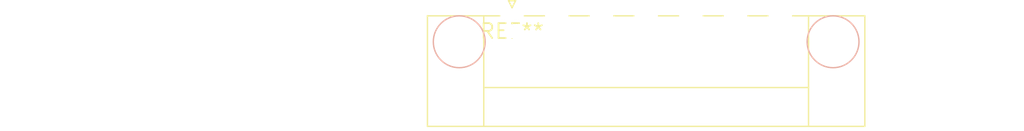
<source format=kicad_pcb>
(kicad_pcb (version 20240108) (generator pcbnew)
  (layers (0 "F.Cu" signal) (31 "B.Cu" signal) (34 "B.Paste" user) (35 "F.Paste" user) (36 "B.SilkS" user "B.Silkscreen") (37 "F.SilkS" user "F.Silkscreen") (38 "B.Mask" user) (39 "F.Mask" user) (44 "Edge.Cuts" user))
  (net 0 "")
  (footprint "PhoenixContact_MC_1,5_7-GF-3.81_1x07_P3.81mm_Horizontal_ThreadedFlange_MountHole" (layer "F.Cu") (at 0 0)
    (property "Reference" "REF**")
    (property "Value" "PhoenixContact_MC_1,5_7-GF-3.81_1x07_P3.81mm_Horizontal_ThreadedFlange_MountHole")
    (fp_circle (center -4.5 0.9) (end -2.29 0.9) (layer "B.SilkS") (stroke (width 0.12)) (fill none))
    (fp_circle (center 27.36 0.9) (end 29.57 0.9) (layer "B.SilkS") (stroke (width 0.12)) (fill none))
    (fp_line (start -7.21 -1.31) (end -7.21 8.11) (layer "F.SilkS") (stroke (width 0.12)))
    (fp_line (start -7.21 -1.31) (end -1.05 -1.31) (layer "F.SilkS") (stroke (width 0.12)))
    (fp_line (start -7.21 8.11) (end 30.07 8.11) (layer "F.SilkS") (stroke (width 0.12)))
    (fp_line (start -2.41 -1.31) (end -2.41 8.11) (layer "F.SilkS") (stroke (width 0.12)))
    (fp_line (start -2.41 4.8) (end 25.27 4.8) (layer "F.SilkS") (stroke (width 0.12)))
    (fp_line (start -0.3 -2.6) (end 0.3 -2.6) (layer "F.SilkS") (stroke (width 0.12)))
    (fp_line (start 0 -2) (end -0.3 -2.6) (layer "F.SilkS") (stroke (width 0.12)))
    (fp_line (start 0.3 -2.6) (end 0 -2) (layer "F.SilkS") (stroke (width 0.12)))
    (fp_line (start 1.05 -1.31) (end 2.76 -1.31) (layer "F.SilkS") (stroke (width 0.12)))
    (fp_line (start 4.86 -1.31) (end 6.57 -1.31) (layer "F.SilkS") (stroke (width 0.12)))
    (fp_line (start 8.67 -1.31) (end 10.38 -1.31) (layer "F.SilkS") (stroke (width 0.12)))
    (fp_line (start 12.48 -1.31) (end 14.19 -1.31) (layer "F.SilkS") (stroke (width 0.12)))
    (fp_line (start 16.29 -1.31) (end 18 -1.31) (layer "F.SilkS") (stroke (width 0.12)))
    (fp_line (start 20.1 -1.31) (end 21.81 -1.31) (layer "F.SilkS") (stroke (width 0.12)))
    (fp_line (start 25.27 -1.31) (end 25.27 8.11) (layer "F.SilkS") (stroke (width 0.12)))
    (fp_line (start 30.07 -1.31) (end 23.91 -1.31) (layer "F.SilkS") (stroke (width 0.12)))
    (fp_line (start 30.07 8.11) (end 30.07 -1.31) (layer "F.SilkS") (stroke (width 0.12)))
    (pad "" np_thru_hole circle (at -4.5 0.9) (size 2.4 2.4) (drill 2.4) (layers *.Cu *.Mask))
    (pad "" np_thru_hole circle (at 27.36 0.9) (size 2.4 2.4) (drill 2.4) (layers *.Cu *.Mask))
    (pad "1" thru_hole roundrect (at 0 0) (size 1.8 3.6) (drill 1.2) (layers *.Cu *.Mask) (remove_unused_layers) (roundrect_rratio 0.138889))
    (pad "2" thru_hole oval (at 3.81 0) (size 1.8 3.6) (drill 1.2) (layers *.Cu *.Mask) (remove_unused_layers))
    (pad "3" thru_hole oval (at 7.62 0) (size 1.8 3.6) (drill 1.2) (layers *.Cu *.Mask) (remove_unused_layers))
    (pad "4" thru_hole oval (at 11.43 0) (size 1.8 3.6) (drill 1.2) (layers *.Cu *.Mask) (remove_unused_layers))
    (pad "5" thru_hole oval (at 15.24 0) (size 1.8 3.6) (drill 1.2) (layers *.Cu *.Mask) (remove_unused_layers))
    (pad "6" thru_hole oval (at 19.05 0) (size 1.8 3.6) (drill 1.2) (layers *.Cu *.Mask) (remove_unused_layers))
    (pad "7" thru_hole oval (at 22.86 0) (size 1.8 3.6) (drill 1.2) (layers *.Cu *.Mask) (remove_unused_layers))
  )
)
</source>
